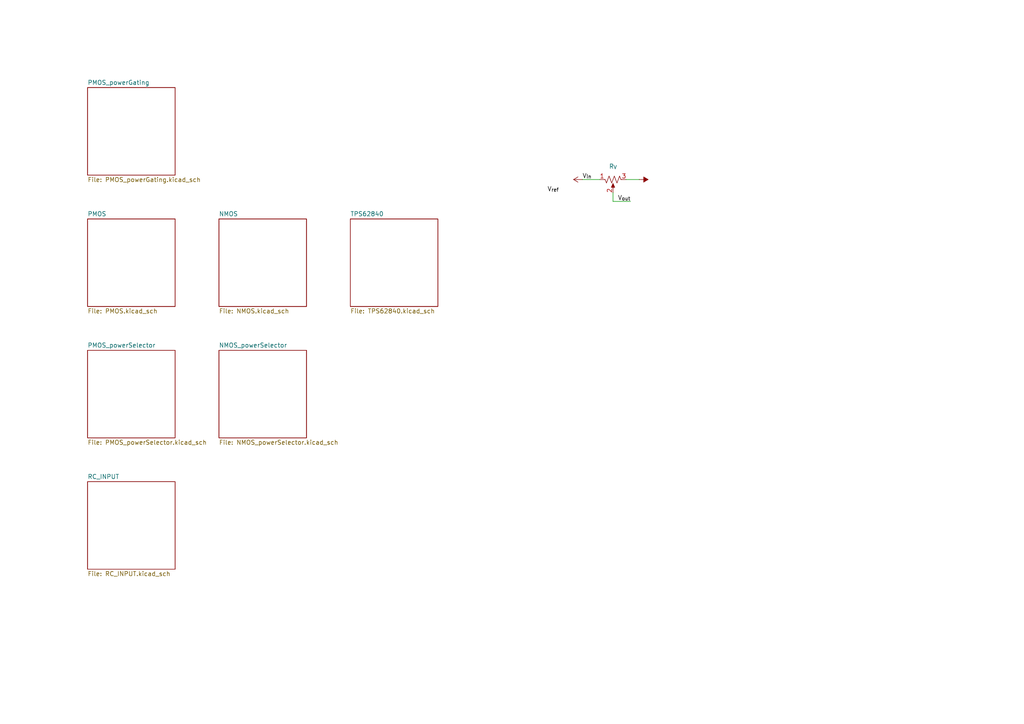
<source format=kicad_sch>
(kicad_sch (version 20250114) (generator "eeschema") (generator_version "9.0")
  (paper "A4")
  (lib_symbols
    (symbol "Device:R_Potentiometer_US" (pin_names (offset 1.016) (hide yes))
      (property "Reference" "RV" (at -4.445 0 90))
      (property "Value" "R_Potentiometer_US" (at -2.54 0 90))
      (symbol "R_Potentiometer_US_0_1"
        (polyline (pts (xy 0 2.54) (xy 0 2.286)))
        (polyline (pts (xy 0 2.286) (xy 1.016 1.905) (xy 0 1.524) (xy -1.016 1.143) (xy 0 0.762)))
        (polyline (pts (xy 0 0.762) (xy 1.016 0.381) (xy 0 0) (xy -1.016 -0.381) (xy 0 -0.762)))
        (polyline (pts (xy 0 -0.762) (xy 1.016 -1.143) (xy 0 -1.524) (xy -1.016 -1.905) (xy 0 -2.286)))
        (polyline (pts (xy 0 -2.286) (xy 0 -2.54)))
        (polyline (pts (xy 1.143 0) (xy 2.286 0.508) (xy 2.286 -0.508) (xy 1.143 0)) (fill (type outline)))
        (polyline (pts (xy 2.54 0) (xy 1.524 0)))
      )
      (symbol "R_Potentiometer_US_1_1"
        (pin passive line (at 0 3.81 270) (length 1.27) (name "1") (number "1"))
        (pin passive line (at 0 -3.81 90) (length 1.27) (name "3") (number "3"))
        (pin passive line (at 3.81 0 180) (length 1.27) (name "2") (number "2"))
      )
    )
    (symbol "power:VCC" (power) (pin_numbers (hide yes)) (pin_names (offset 0) (hide yes))
      (property "Value" "VCC" (at 0 3.556 0))
      (symbol "VCC_0_1"
        (polyline (pts (xy -0.762 1.27) (xy 0 2.54)))
        (polyline (pts (xy 0 2.54) (xy 0.762 1.27)))
        (polyline (pts (xy 0 0) (xy 0 2.54)))
      )
      (symbol "VCC_1_1"
        (pin power_in line (at 0 0 90) (length 0) (name "~") (number "1"))
      )
    )
    (symbol "power:VEE" (power) (pin_numbers (hide yes)) (pin_names (offset 0) (hide yes))
      (property "Value" "VEE" (at 0 3.556 0))
      (symbol "VEE_0_1"
        (polyline (pts (xy 0 0) (xy 0 2.54)))
        (polyline (pts (xy 0.762 1.27) (xy -0.762 1.27) (xy 0 2.54) (xy 0.762 1.27)) (fill (type outline)))
      )
      (symbol "VEE_1_1"
        (pin power_in line (at 0 0 90) (length 0) (name "~") (number "1"))
      )
    )
  )
  (wire (pts (xy 177.8 55.88) (xy 177.8 58.42)))
  (wire (pts (xy 168.91 52.07) (xy 173.99 52.07)))
  (wire (pts (xy 177.8 58.42) (xy 182.88 58.42)))
  (wire (pts (xy 181.61 52.07) (xy 185.42 52.07)))
  (label "V_{in}" (at 168.91 52.07 0))
  (label "V_{out}" (at 182.88 58.42 180))
  (label "V_{ref}" (at 158.75 55.88 0))
  (symbol (lib_id "Device:R_Potentiometer_US") (at 177.8 52.07 90) (mirror x) (unit 1)
    (property "Reference" "RV1" (effects (hide yes)))
    (property "Value" "R_{V}" (at 177.8 48.26 90))
    (property "Description" "Potentiometer, US symbol" (effects (hide yes)))
  )
  (symbol (lib_id "power:VCC") (at 168.91 52.07 90) (unit 1)
    (property "Reference" "#PWR01" (effects (hide yes)))
    (property "Value" "VCC" (effects (hide yes)))
    (property "Description" "Power symbol creates a global label with name \"VCC\"" (effects (hide yes)))
  )
  (symbol (lib_id "power:VEE") (at 185.42 52.07 270) (unit 1)
    (property "Reference" "#PWR02" (effects (hide yes)))
    (property "Value" "VEE" (effects (hide yes)))
    (property "Description" "Power symbol creates a global label with name \"VEE\"" (effects (hide yes)))
  )
  (sheet (at 25.4 25.4) (size 25.4 25.4) (exclude_from_sim yes) (stroke (width 0.1524))
    (property "Sheetname" "PMOS_powerGating" (at 25.4 24.6884 0) (effects (justify left bottom)))
    (property "Sheetfile" "PMOS_powerGating.kicad_sch" (at 25.4 51.3846 0) (effects (justify left top)))
  )
  (sheet (at 25.4 101.6) (size 25.4 25.4) (exclude_from_sim yes) (stroke (width 0.1524))
    (property "Sheetname" "PMOS_powerSelector" (at 25.4 100.8884 0) (effects (justify left bottom)))
    (property "Sheetfile" "PMOS_powerSelector.kicad_sch" (at 25.4 127.5846 0) (effects (justify left top)))
  )
  (sheet (at 63.5 101.6) (size 25.4 25.4) (exclude_from_sim yes) (stroke (width 0.1524))
    (property "Sheetname" "NMOS_powerSelector" (at 63.5 100.8884 0) (effects (justify left bottom)))
    (property "Sheetfile" "NMOS_powerSelector.kicad_sch" (at 63.5 127.5846 0) (effects (justify left top)))
  )
  (sheet (at 25.4 63.5) (size 25.4 25.4) (exclude_from_sim yes) (stroke (width 0.1524))
    (property "Sheetname" "PMOS" (at 25.4 62.7884 0) (effects (justify left bottom)))
    (property "Sheetfile" "PMOS.kicad_sch" (at 25.4 89.4846 0) (effects (justify left top)))
  )
  (sheet (at 63.5 63.5) (size 25.4 25.4) (exclude_from_sim yes) (stroke (width 0.1524))
    (property "Sheetname" "NMOS" (at 63.5 62.7884 0) (effects (justify left bottom)))
    (property "Sheetfile" "NMOS.kicad_sch" (at 63.5 89.4846 0) (effects (justify left top)))
  )
  (sheet (at 101.6 63.5) (size 25.4 25.4) (stroke (width 0.1524))
    (property "Sheetname" "TPS62840" (at 101.6 62.7884 0) (effects (justify left bottom)))
    (property "Sheetfile" "TPS62840.kicad_sch" (at 101.6 89.4846 0) (effects (justify left top)))
  )
  (sheet (at 25.4 139.7) (size 25.4 25.4) (exclude_from_sim yes) (stroke (width 0.1524))
    (property "Sheetname" "RC_INPUT" (at 25.4 138.9884 0) (effects (justify left bottom)))
    (property "Sheetfile" "RC_INPUT.kicad_sch" (at 25.4 165.6846 0) (effects (justify left top)))
  )
)
</source>
